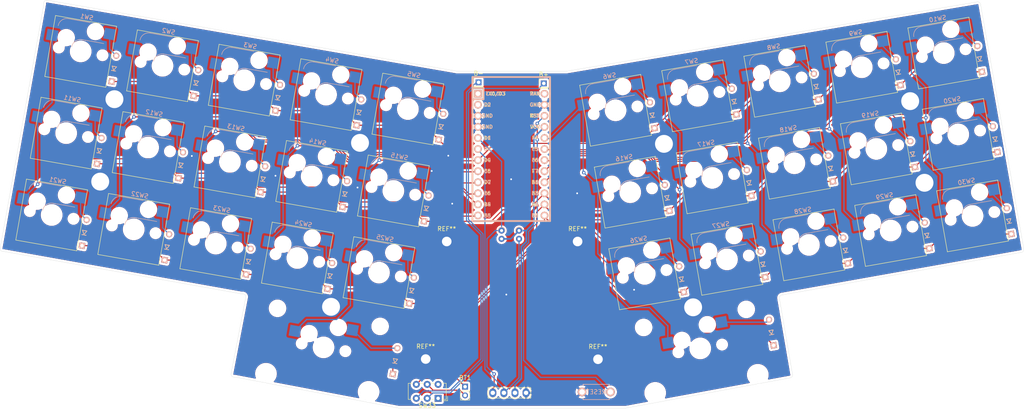
<source format=kicad_pcb>
(kicad_pcb (version 20211014) (generator pcbnew)
  (layers (0 "F.Cu" signal) (31 "B.Cu" signal) (34 "B.Paste" user) (35 "F.Paste" user) (36 "B.SilkS" user "B.Silkscreen") (37 "F.SilkS" user "F.Silkscreen") (38 "B.Mask" user) (39 "F.Mask" user) (44 "Edge.Cuts" user))
  (net 0 "")
  (net 1 "GND")
  (net 2 "Net-(D1-Pad2)")
  (net 3 "ROW0")
  (net 4 "Net-(D2-Pad2)")
  (net 5 "Net-(D3-Pad2)")
  (net 6 "Net-(D4-Pad2)")
  (net 7 "Net-(D5-Pad2)")
  (net 8 "Net-(D6-Pad2)")
  (net 9 "Net-(D7-Pad2)")
  (net 10 "Net-(D8-Pad2)")
  (net 11 "Net-(D9-Pad2)")
  (net 12 "Net-(D10-Pad2)")
  (net 13 "Net-(D11-Pad2)")
  (net 14 "ROW1")
  (net 15 "Net-(D12-Pad2)")
  (net 16 "Net-(D13-Pad2)")
  (net 17 "Net-(D14-Pad2)")
  (net 18 "Net-(D15-Pad2)")
  (net 19 "Net-(D16-Pad2)")
  (net 20 "Net-(D17-Pad2)")
  (net 21 "Net-(D18-Pad2)")
  (net 22 "Net-(D19-Pad2)")
  (net 23 "Net-(D20-Pad2)")
  (net 24 "Net-(D21-Pad2)")
  (net 25 "ROW2")
  (net 26 "Net-(D22-Pad2)")
  (net 27 "Net-(D23-Pad2)")
  (net 28 "Net-(D24-Pad2)")
  (net 29 "Net-(D25-Pad2)")
  (net 30 "Net-(D26-Pad2)")
  (net 31 "Net-(D27-Pad2)")
  (net 32 "Net-(D28-Pad2)")
  (net 33 "Net-(D29-Pad2)")
  (net 34 "Net-(D30-Pad2)")
  (net 35 "ROW3")
  (net 36 "VCC")
  (net 37 "SCL")
  (net 38 "SDA")
  (net 39 "COL3")
  (net 40 "COL4")
  (net 41 "COL0")
  (net 42 "COL1")
  (net 43 "COL2")
  (net 44 "reset")
  (net 45 "Net-(D31-Pad2)")
  (net 46 "Net-(D32-Pad2)")
  (net 47 "COL5")
  (net 48 "COL6")
  (net 49 "COL7")
  (net 50 "COL8")
  (net 51 "COL9")
  (net 52 "Net-(U1-Pad1)")
  (net 53 "Net-(U1-Pad2)")
  (net 54 "Net-(U1-Pad24)")
  (net 55 "Net-(BT1-Pad2)")
  (net 56 "Net-(BT1-Pad1)")
  (net 57 "-BATT")
  (net 58 "+BATT")
  (footprint "Switch_Keyboard_Kailh:SW_Hotswap_Kailh_1.00u" (layer "F.Cu") (at 46.0625 47.0675 -10)
    (fp_text reference "SW1")
    (fp_text value "SW_PUSH")
  )
  (footprint "Switch_Keyboard_Kailh:SW_Hotswap_Kailh_1.00u" (layer "F.Cu") (at 64.8125 50.3675 -10)
    (fp_text reference "SW2")
    (fp_text value "SW_PUSH")
  )
  (footprint "Switch_Keyboard_Kailh:SW_Hotswap_Kailh_1.00u" (layer "F.Cu") (at 83.5375 53.6675 -10)
    (fp_text reference "SW3")
    (fp_text value "SW_PUSH")
  )
  (footprint "Switch_Keyboard_Kailh:SW_Hotswap_Kailh_1.00u" (layer "F.Cu") (at 102.2875 56.9925 -10)
    (fp_text reference "SW4")
    (fp_text value "SW_PUSH")
  )
  (footprint "Switch_Keyboard_Kailh:SW_Hotswap_Kailh_1.00u" (layer "F.Cu") (at 121.0375 60.2925 -10)
    (fp_text reference "SW5")
    (fp_text value "SW_PUSH")
  )
  (footprint "Switch_Keyboard_Kailh:SW_Hotswap_Kailh_1.00u" (layer "F.Cu") (at 243.83 47.455 10)
    (fp_text reference "SW10")
    (fp_text value "SW_PUSH")
  )
  (footprint "Switch_Keyboard_Kailh:SW_Hotswap_Kailh_1.00u" (layer "F.Cu") (at 42.7375 65.8175 -10)
    (fp_text reference "SW11")
    (fp_text value "SW_PUSH")
  )
  (footprint "Switch_Keyboard_Kailh:SW_Hotswap_Kailh_1.00u" (layer "F.Cu") (at 61.5125 69.1175 -10)
    (fp_text reference "SW12")
    (fp_text value "SW_PUSH")
  )
  (footprint "Switch_Keyboard_Kailh:SW_Hotswap_Kailh_1.00u" (layer "F.Cu") (at 80.2625 72.4175 -10)
    (fp_text reference "SW13")
    (fp_text value "SW_PUSH")
  )
  (footprint "Switch_Keyboard_Kailh:SW_Hotswap_Kailh_1.00u" (layer "F.Cu") (at 98.9875 75.7425 -10)
    (fp_text reference "SW14")
    (fp_text value "SW_PUSH")
  )
  (footprint "Switch_Keyboard_Kailh:SW_Hotswap_Kailh_1.00u" (layer "F.Cu") (at 117.7125 79.0675 -10)
    (fp_text reference "SW15")
    (fp_text value "SW_PUSH")
  )
  (footprint "Switch_Keyboard_Kailh:SW_Hotswap_Kailh_1.00u" (layer "F.Cu") (at 39.4125 84.5925 -10)
    (fp_text reference "SW21")
    (fp_text value "SW_PUSH")
  )
  (footprint "Switch_Keyboard_Kailh:SW_Hotswap_Kailh_1.00u" (layer "F.Cu") (at 58.2125 87.8925 -10)
    (fp_text reference "SW22")
    (fp_text value "SW_PUSH")
  )
  (footprint "Switch_Keyboard_Kailh:SW_Hotswap_Kailh_1.00u" (layer "F.Cu") (at 77.0125 91.1675 -10)
    (fp_text reference "SW23")
    (fp_text value "SW_PUSH")
  )
  (footprint "Switch_Keyboard_Kailh:SW_Hotswap_Kailh_1.00u" (layer "F.Cu") (at 95.7125 94.4675 -10)
    (fp_text reference "SW24")
    (fp_text value "SW_PUSH")
  )
  (footprint "Switch_Keyboard_Kailh:SW_Hotswap_Kailh_1.00u" (layer "F.Cu") (at 114.4125 97.8175 -10)
    (fp_text reference "SW25")
    (fp_text value "SW_PUSH")
  )
  (footprint "MX_Only2:MXOnly-2U-Hotswap" (layer "F.Cu") (at 101.7125 114.9675 -10)
    (fp_text reference "SW31")
    (fp_text value "SW_PUSH")
  )
  (footprint "MX_Only2:MXOnly-2U-Hotswap" (layer "F.Cu") (at 188.03 115.208 10)
    (fp_text reference "SW32")
    (fp_text value "SW_PUSH")
  )
  (footprint "Switch_Keyboard_Kailh:SW_Hotswap_Kailh_1.00u" (layer "F.Cu") (at 250.43 84.808 10)
    (fp_text reference "SW30")
    (fp_text value "SW_PUSH")
  )
  (footprint "Switch_Keyboard_Kailh:SW_Hotswap_Kailh_1.00u" (layer "F.Cu") (at 231.655 88.158 10)
    (fp_text reference "SW29")
    (fp_text value "SW_PUSH")
  )
  (footprint "Switch_Keyboard_Kailh:SW_Hotswap_Kailh_1.00u" (layer "F.Cu") (at 212.93 91.458 10)
    (fp_text reference "SW28")
    (fp_text value "SW_PUSH")
  )
  (footprint "Switch_Keyboard_Kailh:SW_Hotswap_Kailh_1.00u" (layer "F.Cu") (at 194.155 94.783 10)
    (fp_text reference "SW27")
    (fp_text value "SW_PUSH")
  )
  (footprint "Switch_Keyboard_Kailh:SW_Hotswap_Kailh_1.00u" (layer "F.Cu") (at 175.305 98.108 10)
    (fp_text reference "SW26")
    (fp_text value "SW_PUSH")
  )
  (footprint "Switch_Keyboard_Kailh:SW_Hotswap_Kailh_1.00u" (layer "F.Cu") (at 171.983886 79.375276 10)
    (fp_text reference "SW16")
    (fp_text value "SW_PUSH")
  )
  (footprint "Switch_Keyboard_Kailh:SW_Hotswap_Kailh_1.00u" (layer "F.Cu") (at 225.044 50.705 10)
    (fp_text reference "SW9")
    (fp_text value "SW_PUSH")
  )
  (footprint "Switch_Keyboard_Kailh:SW_Hotswap_Kailh_1.00u" (layer "F.Cu") (at 206.255 53.933 10)
    (fp_text reference "SW8")
    (fp_text value "SW_PUSH")
  )
  (footprint "Switch_Keyboard_Kailh:SW_Hotswap_Kailh_1.00u" (layer "F.Cu") (at 187.43 57.258 10)
    (fp_text reference "SW7")
    (fp_text value "SW_PUSH")
  )
  (footprint "Switch_Keyboard_Kailh:SW_Hotswap_Kailh_1.00u" (layer "F.Cu") (at 168.63 60.583 10)
    (fp_text reference "SW6")
    (fp_text value "SW_PUSH")
  )
  (footprint "Switch_Keyboard_Kailh:SW_Hotswap_Kailh_1.00u" (layer "F.Cu") (at 247.155 66.108 10)
    (fp_text reference "SW20")
    (fp_text value "SW_PUSH")
  )
  (footprint "Switch_Keyboard_Kailh:SW_Hotswap_Kailh_1.00u" (layer "F.Cu") (at 228.38 69.433 10)
    (fp_text reference "SW19")
    (fp_text value "SW_PUSH")
  )
  (footprint "Switch_Keyboard_Kailh:SW_Hotswap_Kailh_1.00u" (layer "F.Cu") (at 190.78 76.083 10)
    (fp_text reference "SW17")
    (fp_text value "SW_PUSH")
  )
  (footprint "Switch_Keyboard_Kailh:SW_Hotswap_Kailh_1.00u" (layer "F.Cu") (at 209.605 72.733 10)
    (fp_text reference "SW18")
    (fp_text value "SW_PUSH")
  )
  (footprint "Keebio-Parts:ArduinoProMicro" (layer "F.Cu") (at 144.72 70.74 -90)
    (fp_text reference "U1" hide)
    (fp_text value "ProMicro" hide)
  )
  (footprint "SSD1306:128x64OLED" (layer "F.Cu") (at 144.5 114.8 180)
    (fp_text reference "Brd1" hide)
    (fp_text value "SSD1306" hide)
  )
  (footprint "Connector_PinHeader_2.00mm:PinHeader_1x02_P2.00mm_Vertical" (layer "F.Cu") (at 134.15 123.99)
    (fp_text reference "BT1")
    (fp_text value "Battery_Cell")
  )
  (footprint "Button_Switch_THT:SW_E-Switch_EG1271_DPDT" (layer "F.Cu") (at 127.97 126.66 180)
    (fp_text reference "SW33")
    (fp_text value "SW_DPST")
  )
  (footprint "Connector_PinHeader_2.00mm:PinHeader_1x01_P2.00mm_Vertical" (layer "F.Cu") (at 152.18 54.41)
    (fp_text reference "B+")
    (fp_text value "PinHeader_1x01_P2.00mm_Vertical")
  )
  (footprint "Connector_PinHeader_2.00mm:PinHeader_1x01_P2.00mm_Vertical" (layer "F.Cu") (at 137.24 54.16)
    (fp_text reference "B-")
    (fp_text value "PinHeader_1x01_P2.00mm_Vertical")
  )
  (footprint "MountingHole:MountingHole_2.2mm_M2_DIN965_Pad" (layer "F.Cu") (at 125.12 117.65)
    (fp_text reference "REF**")
    (fp_text value "MountingHole_2.2mm_M2_DIN965_Pad")
  )
  (footprint "MountingHole:MountingHole_2.2mm_M2_DIN965_Pad" (layer "F.Cu") (at 164.6 117.7)
    (fp_text reference "REF**")
    (fp_text value "MountingHole_2.2mm_M2_DIN965_Pad")
  )
  (footprint "MountingHole:MountingHole_2.2mm_M2_DIN965_Pad" (layer "F.Cu") (at 129.94 90.68)
    (fp_text reference "REF**")
    (fp_text value "MountingHole_2.2mm_M2_DIN965_Pad")
  )
  (footprint "SofleKeyboard-footprint:HOLE_M2_TH" (layer "F.Cu") (at 239.42 77.21)
    (fp_text reference "HOLE_3M" hide)
    (fp_text value "VAL**" hide)
  )
  (footprint "SofleKeyboard-footprint:HOLE_M2_TH" (layer "F.Cu") (at 50.54 76.94)
    (fp_text reference "HOLE_3M" hide)
    (fp_text value "VAL**" hide)
  )
  (footprint "SofleKeyboard-footprint:HOLE_M2_TH" (layer "F.Cu") (at 179.72 68.28)
    (fp_text reference "HOLE_3M" hide)
    (fp_text value "VAL**" hide)
  )
  (footprint "SofleKeyboard-footprint:HOLE_M2_TH" (layer "F.Cu") (at 103.43 105.67)
    (fp_text reference "HOLE_3M" hide)
    (fp_text value "VAL**" hide)
  )
  (footprint "SofleKeyboard-footprint:HOLE_M2_TH" (layer "F.Cu") (at 186.4 105.78)
    (fp_text reference "HOLE_3M" hide)
    (fp_text value "VAL**" hide)
  )
  (footprint "SofleKeyboard-footprint:HOLE_M2_TH" (layer "F.Cu") (at 53.8 58.03)
    (fp_text reference "HOLE_3M" hide)
    (fp_text value "VAL**" hide)
  )
  (footprint "SofleKeyboard-footprint:HOLE_M2_TH" (layer "F.Cu") (at 236.14 58.48)
    (fp_text reference "HOLE_3M" hide)
    (fp_text value "VAL**" hide)
  )
  (footprint "MountingHole:MountingHole_2.2mm_M2_DIN965_Pad" (layer "F.Cu") (at 159.93 90.68)
    (fp_text reference "REF**")
    (fp_text value "MountingHole_2.2mm_M2_DIN965_Pad")
  )
  (footprint "SofleKeyboard-footprint:HOLE_M2_TH" (layer "F.Cu") (at 110.07 68.05)
    (fp_text reference "HOLE_3M" hide)
    (fp_text value "VAL**" hide)
  )
  (footprint "kbd:D3_TH" (layer "B.Cu") (at 53.690019 51.016567 80)
    (fp_text reference "D1" hide)
    (fp_text value "SOD_123" hide)
  )
  (footprint "kbd:D3_TH" (layer "B.Cu") (at 72.486019 54.318567 80)
    (fp_text reference "D2" hide)
    (fp_text value "SOD_123" hide)
  )
  (footprint "kbd:D3_TH" (layer "B.Cu") (at 91.216981 57.695433 80)
    (fp_text reference "D3" hide)
    (fp_text value "SOD_123" hide)
  )
  (footprint "kbd:D3_TH" (layer "B.Cu") (at 109.824019 61.049567 80)
    (fp_text reference "D4" hide)
    (fp_text value "SOD_123" hide)
  )
  (footprint "kbd:D3_TH" (layer "B.Cu") (at 128.620019 64.351567 80)
    (fp_text reference "D5" hide)
    (fp_text value "SOD_123" hide)
  )
  (footprint "kbd:D3_TH" (layer "B.Cu") (at 177.038 61.722 100)
    (fp_text reference "D6" hide)
    (fp_text value "SOD_123" hide)
  )
  (footprint "kbd:D3_TH" (layer "B.Cu") (at 195.801481 58.573067 100)
    (fp_text reference "D7" hide)
    (fp_text value "SOD_123" hide)
  )
  (footprint "kbd:D3_TH" (layer "B.Cu") (at 214.597481 55.144067 100)
    (fp_text reference "D8" hide)
    (fp_text value "SOD_123" hide)
  )
  (footprint "kbd:D3_TH" (layer "B.Cu") (at 233.393481 51.842067 100)
    (fp_text reference "D9" hide)
    (fp_text value "SOD_123" hide)
  )
  (footprint "kbd:D3_TH" (layer "B.Cu") (at 68.991981 73.189433 80)
    (fp_text reference "D12" hide)
    (fp_text value "SOD_123" hide)
  )
  (footprint "kbd:D3_TH" (layer "B.Cu") (at 87.8205 76.3905 80)
    (fp_text reference "D13" hide)
    (fp_text value "SOD_123" hide)
  )
  (footprint "kbd:D3_TH" (layer "B.Cu") (at 106.583981 79.793433 80)
    (fp_text reference "D14" hide)
    (fp_text value "SOD_123" hide)
  )
  (footprint "kbd:D3_TH" (layer "B.Cu") (at 125.252981 83.095433 80)
    (fp_text reference "D15" hide)
    (fp_text value "SOD_123" hide)
  )
  (footprint "kbd:D3_TH" (layer "B.Cu") (at 180.434481 80.671067 100)
    (fp_text reference "D16" hide)
    (fp_text value "SOD_123" hide)
  )
  (footprint "kbd:D3_TH" (layer "B.Cu") (at 199.230481 77.242067 100)
    (fp_text reference "D17" hide)
    (fp_text value "SOD_123" hide)
  )
  (footprint "kbd:D3_TH" (layer "B.Cu") (at 217.899481 73.940067 100)
    (fp_text reference "D18" hide)
    (fp_text value "SOD_123" hide)
  )
  (footprint "kbd:D3_TH" (layer "B.Cu") (at 236.695481 70.638067 100)
    (fp_text reference "D19" hide)
    (fp_text value "SOD_123" hide)
  )
  (footprint "kbd:D3_TH" (layer "B.Cu") (at 255.618481 67.209067 100)
    (fp_text reference "D20" hide)
    (fp_text value "SOD_123" hide)
  )
  (footprint "kbd:D3_TH" (layer "B.Cu") (at 46.893981 88.683433 80)
    (fp_text reference "D21" hide)
    (fp_text value "SOD_123" hide)
  )
  (footprint "kbd:D3_TH" (layer "B.Cu") (at 65.816981 91.985433 80)
    (fp_text reference "D22" hide)
    (fp_text value "SOD_123" hide)
  )
  (footprint "kbd:D3_TH" (layer "B.Cu") (at 84.485981 95.287433 80)
    (fp_text reference "D23" hide)
    (fp_text value "SOD_123" hide)
  )
  (footprint "kbd:D3_TH" (layer "B.Cu") (at 121.889019 101.943567 80)
    (fp_text reference "D25" hide)
    (fp_text value "SOD_123" hide)
  )
  (footprint "kbd:D3_TH" (layer "B.Cu") (at 183.736481 99.340067 100)
    (fp_text reference "D26" hide)
    (fp_text value "SOD_123" hide)
  )
  (footprint "kbd:D3_TH" (layer "B.Cu") (at 202.405481 95.911067 100)
    (fp_text reference "D27" hide)
    (fp_text value "SOD_123" hide)
  )
  (footprint "kbd:D3_TH" (layer "B.Cu") (at 258.793481 86.005067 100)
    (fp_text reference "D30" hide)
    (fp_text value "SOD_123" hide)
  )
  (footprint "kbd:D3_TH" (layer "B.Cu") (at 118.11 118.11 80)
    (fp_text reference "D31" hide)
    (fp_text value "SOD_123" hide)
  )
  (footprint "kbd:D3_TH" (layer "B.Cu") (at 204.320945 111.554423 100)
    (fp_text reference "D32" hide)
    (fp_text value "SOD_123" hide)
  )
  (footprint "kbd:D3_TH" (layer "B.Cu") (at 50.322981 69.887433 80)
    (fp_text reference "D11" hide)
    (fp_text value "SOD_123" hide)
  )
  (footprint "kbd:D3_TH" (layer "B.Cu") (at 103.154981 98.589433 80)
    (fp_text reference "D24" hide)
    (fp_text value "SOD_123" hide)
  )
  (footprint "kbd:D3_TH" (layer "B.Cu") (at 252.062481 48.794067 100)
    (fp_text reference "D10" hide)
    (fp_text value "SOD_123" hide)
  )
  (footprint "kbd:D3_TH" (layer "B.Cu") (at 221.328481 92.736067 100)
    (fp_text reference "D28" hide)
    (fp_text value "SOD_123" hide)
  )
  (footprint "kbd:D3_TH" (layer "B.Cu") (at 239.997481 89.307067 100)
    (fp_text reference "D29" hide)
    (fp_text value "SOD_123" hide)
  )
  (footprint "Resistor_THT:R_Axial_DIN0204_L3.6mm_D1.6mm_P1.90mm_Vertical" (layer "B.Cu") (at 142.508967 88.17655 -90)
    (fp_text reference "R1" hide)
    (fp_text value "4.7k")
  )
  (footprint "Resistor_THT:R_Axial_DIN0204_L3.6mm_D1.6mm_P1.90mm_Vertical" (layer "B.Cu") (at 146.508967 88.17655 -90)
    (fp_text reference "R2" hide)
    (fp_text value "4.7k")
  )
  (footprint "kbd:ResetSW_1side" (layer "B.Cu") (at 164.2 125.2)
    (fp_text reference "SW34" hide)
    (fp_text value "SW_PUSH")
  )
  (gr_arc (start 81.369775 121.7791) (mid 80.769211 121.651744) (end 80.5 121.1) (layer "Edge.Cuts") (width 0.05))
  (gr_arc (start 206.2 103.8) (mid 206.327356 103.199436) (end 206.8791 102.930225) (layer "Edge.Cuts") (width 0.05))
  (gr_line (start 27.6 92.3) (end 37.6209 36.169775) (layer "Edge.Cuts") (width 0.05))
  (gr_line (start 157.4 51.6) (end 251.430225 35.7209) (layer "Edge.Cuts") (width 0.05))
  (gr_line (start 252.3 36.4) (end 262.1791 92.330225) (layer "Edge.Cuts") (width 0.05))
  (gr_line (start 261.5 93.2) (end 206.8791 102.930225) (layer "Edge.Cuts") (width 0.05))
  (gr_line (start 206.2 103.8) (end 209.1791 121.130225) (layer "Edge.Cuts") (width 0.05))
  (gr_line (start 118.9 128.9) (end 81.369775 121.7791) (layer "Edge.Cuts") (width 0.05))
  (gr_line (start 80.5 121.1) (end 83.9 103.4) (layer "Edge.Cuts") (width 0.05))
  (gr_line (start 83.030225 102.7209) (end 28.469775 92.9791) (layer "Edge.Cuts") (width 0.05))
  (gr_arc (start 28.469775 92.9791) (mid 27.869211 92.851744) (end 27.6 92.3) (layer "Edge.Cuts") (width 0.05))
  (gr_arc (start 262.1791 92.330225) (mid 262.051744 92.930789) (end 261.5 93.2) (layer "Edge.Cuts") (width 0.05))
  (gr_arc (start 37.6209 36.169775) (mid 37.748256 35.569211) (end 38.3 35.3) (layer "Edge.Cuts") (width 0.05))
  (gr_line (start 132.3 51.6) (end 157.4 51.6) (layer "Edge.Cuts") (width 0.05))
  (gr_line (start 208.5 122) (end 171 128.9) (layer "Edge.Cuts") (width 0.05))
  (gr_arc (start 209.1791 121.130225) (mid 209.051744 121.730789) (end 208.5 122) (layer "Edge.Cuts") (width 0.05))
  (gr_arc (start 251.430225 35.7209) (mid 252.030789 35.848256) (end 252.3 36.4) (layer "Edge.Cuts") (width 0.05))
  (gr_line (start 38.3 35.3) (end 132.3 51.6) (layer "Edge.Cuts") (width 0.05))
  (gr_arc (start 83.030225 102.7209) (mid 83.630789 102.848256) (end 83.9 103.4) (layer "Edge.Cuts") (width 0.05))
  (gr_line (start 171 128.9) (end 118.9 128.9) (layer "Edge.Cuts") (width 0.05))
  (segment (start 114.401449 75.904489) (end 114.454704 75.957744) (width 0.254) (layer "F.Cu") (net 0))
  (segment (start 58.254704 66.007744) (end 58.201449 65.954489) (width 0.254) (layer "F.Cu") (net 0))
  (segment (start 223.182391 67.593188) (end 224.186816 67.593188) (width 0.254) (layer "F.Cu") (net 0))
  (via (at 109.5 78.3) (size 0.8) (drill 0.4) (layers "F.Cu" "B.Cu") (net 1))
  (via (at 131.2 82) (size 0.8) (drill 0.4) (layers "F.Cu" "B.Cu") (net 1))
  (via (at 126.5 74.5) (size 0.8) (drill 0.4) (layers "F.Cu" "B.Cu") (net 1))
  (via (at 130.3 71) (size 0.8) (drill 0.4) (layers "F.Cu" "B.Cu") (net 1))
  (via (at 71.53 71.06) (size 0.8) (drill 0.4) (layers "F.Cu" "B.Cu") (net 1))
  (via (at 143.6 102.86) (size 0.8) (drill 0.4) (layers "F.Cu" "B.Cu") (net 1))
  (via (at 90.7 75.6) (size 0.8) (drill 0.4) (layers "F.Cu" "B.Cu") (net 1))
  (via (at 172.875 101.75) (size 0.8) (drill 0.4) (layers "F.Cu" "B.Cu") (net 1))
  (via (at 144.7 76.4) (size 0.8) (drill 0.4) (layers "F.Cu" "B.Cu") (net 1))
  (via (at 159.825 79.625) (size 0.8) (drill 0.4) (layers "F.Cu" "B.Cu") (net 1))
  (segment (start 160.75 125.4) (end 160.95 125.2) (width 0.381) (layer "B.Cu") (net 1))
  (segment (start 52.69788 43.079129) (end 52.69788 46.54906) (width 0.254) (layer "B.Cu") (net 2))
  (segment (start 52.69788 46.54906) (end 54.210964 48.062144) (width 0.254) (layer "B.Cu") (net 2))
  (segment (start 140.94 68.17) (end 137.1 72.01) (width 0.254) (layer "F.Cu") (net 3))
  (segment (start 177.558945 64.676423) (end 174.065368 68.17) (width 0.254) (layer "F.Cu") (net 3))
  (segment (start 233.914426 54.79649) (end 218.420426 54.79649) (width 0.254) (layer "F.Cu") (net 3))
  (segment (start 215.118426 58.09849) (end 199.751426 58.09849) (width 0.254) (layer "F.Cu") (net 3))
  (segment (start 174.065368 68.17) (end 140.94 68.17) (width 0.254) (layer "F.Cu") (net 3))
  (segment (start 218.420426 54.79649) (end 215.118426 58.09849) (width 0.254) (layer "F.Cu") (net 3))
  (segment (start 124.797074 64.00399) (end 128.099074 67.30599) (width 0.254) (layer "F.Cu") (net 3))
  (segment (start 71.965074 57.27299) (end 87.31917 57.27299) (width 0.254) (layer "F.Cu") (net 3))
  (segment (start 180.707878 61.52749) (end 177.558945 64.676423) (width 0.254) (layer "F.Cu") (net 3))
  (segment (start 68.663074 53.97099) (end 71.965074 57.27299) (width 0.254) (layer "F.Cu") (net 3))
  (segment (start 105.94894 60.649856) (end 109.303074 64.00399) (width 0.254) (layer "F.Cu") (net 3))
  (segment (start 53.169074 53.97099) (end 68.663074 53.97099) (width 0.254) (layer "F.Cu") (net 3))
  (segment (start 109.303074 64.00399) (end 124.797074 64.00399) (width 0.254) (layer "F.Cu") (net 3))
  (segment (start 90.696036 60.649856) (end 105.94894 60.649856) (width 0.254) (layer "F.Cu") (net 3))
  (segment (start 236.962426 51.74849) (end 233.914426 54.79649) (width 0.254) (layer "F.Cu") (net 3))
  (segment (start 252.583426 51.74849) (end 236.962426 51.74849) (width 0.254) (layer "F.Cu") (net 3))
  (segment (start 128.099074 67.30599) (end 132.955084 72.162) (width 0.254) (layer "F.Cu") (net 3))
  (segment (start 132.955084 72.162) (end 136.9886 72.162) (width 0.254) (layer "F.Cu") (net 3))
  (segment (start 87.31917 57.27299) (end 90.696036 60.649856) (width 0.254) (layer "F.Cu") (net 3))
  (segment (start 199.751426 58.09849) (end 196.322426 61.52749) (width 0.254) (layer "F.Cu") (net 3))
  (segment (start 196.322426 61.52749) (end 180.707878 61.52749) (width 0.254) (layer "F.Cu") (net 3))
  (segment (start 71.44788 49.80506) (end 73.006964 51.364144) (width 0.254) (layer "B.Cu") (net 4))
  (segment (start 71.44788 46.379129) (end 71.44788 49.80506) (width 0.254) (layer "B.Cu") (net 4))
  (segment (start 90.17288 49.679129) (end 90.17288 53.175964) (width 0.254) (layer "B.Cu") (net 5))
  (segment (start 90.17288 53.175964) (end 91.737926 54.74101) (width 0.254) (layer "B.Cu") (net 5))
  (segment (start 108.92288 56.67306) (end 110.344964 58.095144) (width 0.254) (layer "B.Cu") (net 6))
  (segment (start 108.92288 53.004129) (end 108.92288 56.67306) (width 0.254) (layer "B.Cu") (net 6))
  (segment (start 127.67288 59.92906) (end 129.140964 61.397144) (width 0.254) (layer "B.Cu") (net 7))
  (segment (start 127.67288 56.304129) (end 127.67288 59.92906) (width 0.254) (layer "B.Cu") (net 7))
  (segment (start 173.501114 54.565724) (end 173.501114 55.751636) (width 0.254) (layer "B.Cu") (net 8))
  (segment (start 173.501114 55.751636) (end 176.517055 58.767577) (width 0.254) (layer "B.Cu") (net 8))
  (segment (start 192.301114 51.240724) (end 192.301114 52.639222) (width 0.254) (layer "B.Cu") (net 9))
  (segment (start 192.301114 52.639222) (end 195.280536 55.618644) (width 0.254) (layer "B.Cu") (net 9))
  (segment (start 211.126114 47.915724) (end 211.126114 49.239222) (width 0.254) (layer "B.Cu") (net 10))
  (segment (start 211.126114 49.239222) (end 214.076536 52.189644) (width 0.254) (layer "B.Cu") (net 10))
  (segment (start 229.915114 45.930222) (end 232.872536 48.887644) (width 0.254) (layer "B.Cu") (net 11))
  (segment (start 229.915114 44.687724) (end 229.915114 45.930222) (width 0.254) (layer "B.Cu") (net 11))
  (segment (start 248.701114 42.999222) (end 251.541536 45.839644) (width 0.254) (layer "B.Cu") (net 12))
  (segment (start 248.701114 41.437724) (end 248.701114 42.999222) (width 0.254) (layer "B.Cu") (net 12))
  (segment (start 49.37288 61.829129) (end 49.37288 65.461964) (width 0.254) (layer "B.Cu") (net 13))
  (segment (start 49.37288 65.461964) (end 50.843926 66.93301) (width 0.254) (layer "B.Cu") (net 13))
  (segment (start 237.216426 73.59249) (end 221.722426 73.59249) (width 0.254) (layer "F.Cu") (net 14))
  (segment (start 256.139426 70.16349) (end 240.645426 70.16349) (width 0.254) (layer "F.Cu") (net 14))
  (segment (start 84.098488 76.143856) (end 87.299555 79.344923) (width 0.254) (layer "F.Cu") (net 14))
  (segment (start 142.788999 83.411001) (end 140.150144 86.049856) (width 0.254) (layer "F.Cu") (net 14))
  (segment (start 218.420426 76.89449) (end 203.053426 76.89449) (width 0.254) (layer "F.Cu") (net 14))
  (segment (start 106.063036 82.747856) (end 121.430036 82.747856) (width 0.254) (layer "F.Cu") (net 14))
  (segment (start 49.802036 72.841856) (end 65.169036 72.841856) (width 0.254) (layer "F.Cu") (net 14))
  (segment (start 184.384426 80.19649) (end 180.955426 83.62549) (width 0.254) (layer "F.Cu") (net 14))
  (segment (start 203.053426 76.89449) (end 199.751426 80.19649) (width 0.254) (layer "F.Cu") (net 14))
  (segment (start 152.2086 79.782) (end 148.579599 83.411001) (width 0.254) (layer "F.Cu") (net 14))
  (segment (start 240.645426 70.16349) (end 237.216426 73.59249) (width 0.254) (layer "F.Cu") (net 14))
  (segment (start 148.579599 83.411001) (end 142.788999 83.411001) (width 0.254) (layer "F.Cu") (net 14))
  (segment (start 102.660103 79.344923) (end 106.063036 82.747856) (width 0.254) (layer "F.Cu") (net 14))
  (segment (start 221.722426 73.59249) (end 218.420426 76.89449) (width 0.254) (layer "F.Cu") (net 14))
  (segment (start 121.430036 82.747856) (end 124.732036 86.049856) (width 0.254) (layer "F.Cu") (net 14))
  (segment (start 68.471036 76.143856) (end 84.098488 76.143856) (width 0.254) (layer "F.Cu") (net 14))
  (segment (start 152.2086 79.782) (end 156.05209 83.62549) (width 0.254) (layer "F.Cu") (net 14))
  (segment (start 199.751426 80.19649) (end 184.384426 80.19649) (width 0.254) (layer "F.Cu") (net 14))
  (segment (start 156.05209 83.62549) (end 180.955426 83.62549) (width 0.254) (layer "F.Cu") (net 14))
  (segment (start 140.150144 86.049856) (end 124.732036 86.049856) (width 0.254) (layer "F.Cu") (net 14))
  (segment (start 65.169036 72.841856) (end 68.471036 76.143856) (width 0.254) (layer "F.Cu") (net 14))
  (segment (start 87.299555 79.344923) (end 102.660103 79.344923) (width 0.254) (layer "F.Cu") (net 14))
  (segment (start 68.14788 68.869964) (end 69.512926 70.23501) (width 0.254) (layer "B.Cu") (net 15))
  (segment (start 68.14788 65.129129) (end 68.14788 68.869964) (width 0.254) (layer "B.Cu") (net 15))
  (segment (start 86.89788 71.992512) (end 88.341445 73.436077) (width 0.254) (layer "B.Cu") (net 16))
  (segment (start 86.89788 68.429129) (end 86.89788 71.992512) (width 0.254) (layer "B.Cu") (net 16))
  (segment (start 105.62288 75.356964) (end 107.104926 76.83901) (width 0.254) (layer "B.Cu") (net 17))
  (segment (start 105.62288 71.754129) (end 105.62288 75.356964) (width 0.254) (layer "B.Cu") (net 17))
  (segment (start 124.34788 78.714964) (end 125.773926 80.14101) (width 0.254) (layer "B.Cu") (net 18))
  (segment (start 124.34788 75.079129) (end 124.34788 78.714964) (width 0.254) (layer "B.Cu") (net 18))
  (segment (start 176.855 73.358) (end 176.855 74.658108) (width 0.254) (layer "B.Cu") (net 19))
  (segment (start 176.855 74.658108) (end 179.913536 77.716644) (width 0.254) (layer "B.Cu") (net 19))
  (segment (start 176.128278 73.931386) (end 179.913536 77.716644) (width 0.254) (layer "B.Cu") (net 19))
  (segment (start 195.651114 70.065724) (end 195.651114 71.229222) (width 0.254) (layer "B.Cu") (net 20))
  (segment (start 195.651114 71.229222) (end 198.709536 74.287644) (width 0.254) (layer "B.Cu") (net 20))
  (segment (start 214.476114 68.083222) (end 217.378536 70.985644) (width 0.254) (layer "B.Cu") (net 21))
  (segment (start 214.476114 66.715724) (end 214.476114 68.083222) (width 0.254) (layer "B.Cu") (net 21))
  (segment (start 233.251114 64.760222) (end 236.174536 67.683644) (width 0.254) (layer "B.Cu") (net 22))
  (segment (start 233.251114 63.415724) (end 233.251114 64.760222) (width 0.254) (layer "B.Cu") (net 22))
  (segment (start 252.026114 60.090724) (end 252.026114 61.183222) (width 0.254) (layer "B.Cu") (net 23))
  (segment (start 252.026114 61.183222) (end 255.097536 64.254644) (width 0.254) (layer "B.Cu") (net 23))
  (segment (start 46.04788 84.361964) (end 47.414926 85.72901) (width 0.254) (layer "B.Cu") (net 24))
  (segment (start 46.04788 80.604129) (end 46.04788 84.361964) (width 0.254) (layer "B.Cu") (net 24))
  (segment (start 202.926426 98.86549) (end 187.686426 98.86549) (width 0.254) (layer "F.Cu") (net 25))
  (segment (start 152.2086 82.322) (end 155.5933 85.7067) (width 0.254) (layer "F.Cu") (net 25))
  (segment (start 65.296036 94.939856) (end 80.663036 94.939856) (width 0.254) (layer "F.Cu") (net 25))
  (segment (start 121.368074 104.89799) (end 136.289944 104.89799) (width 0.254) (layer "F.Cu") (net 25))
  (segment (start 102.634036 101.543856) (end 118.01394 101.543856) (width 0.254) (layer "F.Cu") (net 25))
  (segment (start 187.686426 98.86549) (end 184.257426 102.29449) (width 0.254) (layer "F.Cu") (net 25))
  (segment (start 240.518426 92.26149) (end 225.278426 92.26149) (width 0.254) (layer "F.Cu") (net 25))
  (segment (start 166.338634 85.7067) (end 182.926424 102.29449) (width 0.254) (layer "F.Cu") (net 25))
  (segment (start 61.994036 91.637856) (end 65.296036 94.939856) (width 0.254) (layer "F.Cu") (net 25))
  (segment (start 243.820426 88.95949) (end 240.518426 92.26149) (width 0.254) (layer "F.Cu") (net 25))
  (segment (start 80.663036 94.939856) (end 83.965036 98.241856) (width 0.254) (layer "F.Cu") (net 25))
  (segment (start 225.278426 92.26149) (end 221.849426 95.69049) (width 0.254) (layer "F.Cu") (net 25))
  (segment (start 118.01394 101.543856) (end 121.368074 104.89799) (width 0.254) (layer "F.Cu") (net 25))
  (segment (start 259.314426 88.95949) (end 243.820426 88.95949) (width 0.254) (layer "F.Cu") (net 25))
  (segment (start 136.289944 104.89799) (end 150.55 90.637934) (width 0.254) (layer "F.Cu") (net 25))
  (segment (start 83.965036 98.241856) (end 99.332036 98.241856) (width 0.254) (layer "F.Cu") (net 25))
  (segment (start 150.55 90.637934) (end 150.55 83.96) (width 0.254) (layer "F.Cu") (net 25))
  (segment (start 221.849426 95.69049) (end 206.101426 95.69049) (width 0.254) (layer "F.Cu") (net 25))
  (segment (start 155.5933 85.7067) (end 166.338634 85.7067) (width 0.254) (layer "F.Cu") (net 25))
  (segment (start 206.101426 95.69049) (end 202.926426 98.86549) (width 0.254) (layer "F.Cu") (net 25))
  (segment (start 150.55 83.96) (end 152.34 82.17) (width 0.254) (layer "F.Cu") (net 25))
  (segment (start 182.926424 102.29449) (end 184.257426 102.29449) (width 0.254) (layer "F.Cu") (net 25))
  (segment (start 99.332036 98.241856) (end 102.634036 101.543856) (width 0.254) (layer "F.Cu") (net 25))
  (segment (start 46.373036 91.637856) (end 61.994036 91.637856) (width 0.254) (layer "F.Cu") (net 25))
  (segment (start 64.84788 87.540964) (end 66.337926 89.03101) (width 0.254) (layer "B.Cu") (net 26))
  (segment (start 64.84788 83.904129) (end 64.84788 87.540964) (width 0.254) (layer "B.Cu") (net 26))
  (segment (start 83.64788 87.179129) (end 83.64788 90.973964) (width 0.254) (layer "B.Cu") (net 27))
  (segment (start 83.64788 90.973964) (end 85.006926 92.33301) (width 0.254) (layer "B.Cu") (net 27))
  (segment (start 102.34788 90.479129) (end 102.34788 94.306964) (width 0.254) (layer "B.Cu") (net 28))
  (segment (start 102.34788 94.306964) (end 103.675926 95.63501) (width 0.254) (layer "B.Cu") (net 28))
  (segment (start 121.04788 97.62706) (end 122.409964 98.989144) (width 0.254) (layer "B.Cu") (net 29))
  (segment (start 121.04788 93.829129) (end 121.04788 97.62706) (width 0.254) (layer "B.Cu") (net 29))
  (segment (start 180.176114 93.346222) (end 183.215536 96.385644) (width 0.254) (layer "B.Cu") (net 30))
  (segment (start 180.176114 92.090724) (end 180.176114 93.346222) (width 0.254) (layer "B.Cu") (net 30))
  (segment (start 199.026114 90.098222) (end 201.884536 92.956644) (width 0.254) (layer "B.Cu") (net 31))
  (segment (start 199.026114 88.765724) (end 199.026114 90.098222) (width 0.254) (layer "B.Cu") (net 31))
  (segment (start 198.267002 89.33911) (end 201.884536 92.956644) (width 0.254) (layer "B.Cu") (net 31))
  (segment (start 217.801114 86.775222) (end 220.807536 89.781644) (width 0.254) (layer "B.Cu") (net 32))
  (segment (start 217.801114 85.440724) (end 217.801114 86.775222) (width 0.254) (layer "B.Cu") (net 32))
  (segment (start 236.526114 83.402222) (end 239.476536 86.352644) (width 0.254) (layer "B.Cu") (net 33))
  (segment (start 236.526114 82.140724) (end 236.526114 83.402222) (width 0.254) (layer "B.Cu") (net 33))
  (segment (start 255.301114 80.079222) (end 258.272536 83.050644) (width 0.254) (layer "B.Cu") (net 34))
  (segment (start 255.301114 78.790724) (end 255.301114 80.079222) (width 0.254) (layer "B.Cu") (net 34))
  (segment (start 188.036016 111.745978) (end 202.079022 111.745978) (width 0.254) (layer "F.Cu") (net 35))
  (segment (start 170.777281 103.430681) (end 179.720719 103.430681) (width 0.254) (layer "F.Cu") (net 35))
  (segment (start 130.025 106.935) (end 117.589055 119.370945) (width 0.254) (layer "F.Cu") (net 35))
  (segment (start 136.760001 105.070001) (end 136.478002 105.352) (width 0.254) (layer "F.Cu") (net 35))
  (segment (start 154.720175 87.373575) (end 162.657675 87.373575) (width 0.254) (layer "F.Cu") (net 35))
  (segment (start 162.657675 87.373575) (end 165.89375 90.60965) (width 0.254) (layer "F.Cu") (net 35))
  (segment (start 152.34 89.49) (end 136.760001 105.070001) (width 0.254) (layer "F.Cu") (net 35))
  (segment (start 165.89375 90.60965) (end 165.89375 98.54715) (width 0.254) (layer "F.Cu") (net 35))
  (segment (start 202.079022 111.745978) (end 204.84189 114.508846) (width 0.254) (layer "F.Cu") (net 35))
  (segment (start 152.34 84.71) (end 152.34 89.49) (width 0.254) (layer "F.Cu") (net 35))
  (segment (start 136.478002 105.352) (end 131.608 105.352) (width 0.254) (layer "F.Cu") (net 35))
  (segment (start 131.608 105.352) (end 131.44 105.52) (width 0.254) (layer "F.Cu") (net 35))
  (segment (start 152.2086 84.862) (end 154.720175 87.373575) (width 0.254) (layer "F.Cu") (net 35))
  (segment (start 117.589055 119.370945) (end 117.589055 121.064423) (width 0.254) (layer "F.Cu") (net 35))
  (segment (start 179.720719 103.430681) (end 188.036016 111.745978) (width 0.254) (layer "F.Cu") (net 35))
  (segment (start 131.44 105.52) (end 130.025 106.935) (width 0.254) (layer "F.Cu") (net 35))
  (segment (start 136.760001 105.070001) (end 136.478001 105.352) (width 0.254) (layer "F.Cu") (net 35))
  (segment (start 165.89375 98.54715) (end 170.777281 103.430681) (width 0.254) (layer "F.Cu") (net 35))
  (segment (start 130.505 106.455) (end 130.025 106.935) (width 0.254) (layer "F.Cu") (net 35))
  (segment (start 147.026477 91.873523) (end 148.18345 90.71655) (width 0.381) (layer "B.Cu") (net 36))
  (segment (start 145.58 125.4) (end 145.58 123.591868) (width 0.381) (layer "B.Cu") (net 36))
  (segment (start 149.9 86.46) (end 149.9 66.8506) (width 0.381) (layer "B.Cu") (net 36))
  (segment (start 142.508967 90.07655) (end 144.608967 90.07655) (width 0.381) (layer "B.Cu") (net 36))
  (segment (start 148.18345 88.17655) (end 149.9 86.46) (width 0.381) (layer "B.Cu") (net 36))
  (segment (start 147.026477 122.145392) (end 147.026477 91.873523) (width 0.381) (layer "B.Cu") (net 36))
  (segment (start 146.508967 88.17655) (end 148.18345 88.17655) (width 0.381) (layer "B.Cu") (net 36))
  (segment (start 145.58 123.591868) (end 147.026477 122.145392) (width 0.381) (layer "B.Cu") (net 36))
  (segment (start 144.608967 90.07655) (end 146.508967 88.17655) (width 0.381) (layer "B.Cu") (net 36))
  (segment (start 148.18345 90.71655) (end 148.18345 88.17655) (width 0.381) (layer "B.Cu") (net 36))
  (segment (start 145.58 125.4) (end 145.58 124.12) (width 0.381) (layer "B.Cu") (net 36))
  (segment (start 149.9 66.8506) (end 152.2086 64.542) (width 0.381) (layer "B.Cu") (net 36))
  (segment (start 138.7 120) (end 138.7 71.3334) (width 0.254) (layer "B.Cu") (net 37))
  (segment (start 143.04 125.4) (end 143.04 124.34) (width 0.254) (layer "B.Cu") (net 37))
  (segment (start 143.04 124.34) (end 138.7 120) (width 0.254) (layer "B.Cu") (net 37))
  (segment (start 146.508967 90.07655) (end 146.508967 121.931033) (width 0.254) (layer "B.Cu") (net 37))
  (segment (start 138.7 71.3334) (end 136.9886 69.622) (width 0.254) (layer "B.Cu") (net 37))
  (segment (start 146.508967 121.931033) (end 143.04 125.4) (width 0.254) (layer "B.Cu") (net 37))
  (segment (start 140.5 125.4) (end 140.5 124.38) (width 0.254) (layer "F.Cu") (net 38))
  (segment (start 140.814067 124.065933) (end 140.814067 121.085933) (width 0.254) (layer "F.Cu") (net 38))
  (segment (start 140.5 124.38) (end 140.814067 124.065933) (width 0.254) (layer "F.Cu") (net 38))
  (via (at 140.814067 121.085933) (size 0.8) (drill 0.4) (layers "F.Cu" "B.Cu") (net 38))
  (segment (start 141.04147 88.17655) (end 139.15401 90.06401) (width 0.254) (layer "B.Cu") (net 38))
  (segment (start 142.508967 72.338967) (end 137.1 66.93) (width 0.254) (layer "B.Cu") (net 38))
  (segment (start 142.508967 88.17655) (end 141.04147 88.17655) (width 0.254) (layer "B.Cu") (net 38))
  (segment (start 142.508967 88.17655) (end 142.508967 72.338967) (width 0.254) (layer "B.Cu") (net 38))
  (segment (start 140.814067 121.085933) (end 140.7 121.2) (width 0.254) (layer "B.Cu") (net 38))
  (segment (start 139.15401 119.425876) (end 139.15401 118.98401) (width 0.254) (layer "B.Cu") (net 38))
  (segment (start 139.15401 118.98401) (end 139.15401 90.06401) (width 0.254) (layer "B.Cu") (net 38))
  (segment (start 140.814067 121.085933) (end 139.15401 119.425876) (width 0.254) (layer "B.Cu") (net 38))
  (segment (start 114.261032 71.175) (end 113.743016 71.693016) (width 0.254) (layer "F.Cu") (net 39))
  (segment (start 103.485791 68.710791) (end 95.751203 68.710791) (width 0.254) (layer "F.Cu") (net 39))
  (segment (start 107.15 72.375) (end 103.485791 68.710791) (width 0.254) (layer "F.Cu") (net 39))
  (segment (start 113.706984 71.693016) (end 113.025 72.375) (width 0.254) (layer "F.Cu") (net 39))
  (segment (start 136.9886 79.782) (end 135.090666 79.782) (width 0.254) (layer "F.Cu") (net 39))
  (segment (start 128.499333 73.190667) (end 128.362408 73.053742) (width 0.254) (layer "F.Cu") (net 39))
  (segment (start 113.025 72.375) (end 107.15 72.375) (width 0.254) (layer "F.Cu") (net 39))
  (segment (start 113.743016 71.693016) (end 113.706984 71.693016) (width 0.254) (layer "F.Cu") (net 39))
  (segment (start 126.445001 71.175) (end 114.261032 71.175) (width 0.254) (layer "F.Cu") (net 39))
  (segment (start 128.460667 73.190667) (end 126.445001 71.175) (width 0.254) (layer "F.Cu") (net 39))
  (segment (start 128.499333 73.190667) (end 128.460667 73.190667) (width 0.254) (layer "F.Cu") (net 39))
  (segment (start 135.090666 79.782) (end 128.499333 73.190667) (width 0.254) (layer "F.Cu") (net 39))
  (via (at 95.751203 68.710791) (size 0.8) (drill 0.4) (layers "F.Cu" "B.Cu") (net 39))
  (segment (start 95.751203 68.710791) (end 92.451203 72.010791) (width 0.254) (layer "B.Cu") (net 39))
  (segment (start 95.751203 53.260791) (end 95.751203 68.710791) (width 0.254) (layer "B.Cu") (net 39))
  (segment (start 95.751203 68.710791) (end 95.751203 68.710791) (width 0.254) (layer "B.Cu") (net 39))
  (segment (start 92.451203 87.460791) (end 89.176203 90.735791) (width 0.254) (layer "B.Cu") (net 39))
  (segment (start 92.451203 72.010791) (end 92.451203 87.460791) (width 0.254) (layer "B.Cu") (net 39))
  (segment (start 130.624344 75.957744) (end 130.8033 76.1367) (width 0.254) (layer "F.Cu") (net 40))
  (segment (start 126.638725 72.010791) (end 130.764634 76.1367) (width 0.254) (layer "F.Cu") (net 40))
  (segment (start 130.764634 76.1367) (end 130.8033 76.1367) (width 0.254) (layer "F.Cu") (net 40))
  (segment (start 114.501203 72.010791) (end 126.638725 72.010791) (width 0.254) (layer "F.Cu") (net 40))
  (segment (start 130.8033 76.1367) (end 136.9886 82.322) (width 0.254) (layer "F.Cu") (net 40))
  (via (at 114.501203 72.010791) (size 0.8) (drill 0.4) (layers "F.Cu" "B.Cu") (net 40))
  (segment (start 114.501203 72.010791) (end 114.501203 72.010791) (width 0.254) (layer "B.Cu") (net 40))
  (segment (start 97.833252 108.578742) (end 96.568497 109.843497) (width 0.254) (layer "B.Cu") (net 40))
  (segment (start 111.176203 90.785791) (end 107.876203 94.085791) (width 0.254) (layer "B.Cu") (net 40))
  (segment (start 107.876203 94.085791) (end 107.876203 105.400224) (width 0.254) (layer "B.Cu") (net 40))
  (segment (start 114.501203 72.010791) (end 111.176203 75.335791) (width 0.254) (layer "B.Cu") (net 40))
  (segment (start 111.176203 75.335791) (end 111.176203 90.785791) (width 0.254) (layer "B.Cu") (net 40))
  (segment (start 114.501203 56.560791) (end 114.501203 72.010791) (width 0.254) (layer "B.Cu") (net 40))
  (segment (start 107.876203 105.400224) (end 104.697685 108.578742) (width 0.254) (layer "B.Cu") (net 40))
  (segment (start 96.568497 109.843497) (end 95.176203 111.235791) (width 0.254) (layer "B.Cu") (net 40))
  (segment (start 104.697685 108.578742) (end 97.833252 108.578742) (width 0.254) (layer "B.Cu") (net 40))
  (segment (start 67.976911 75.007665) (end 64.674912 71.705665) (width 0.254) (layer "F.Cu") (net 41))
  (segment (start 105.568911 81.611665) (end 102.165979 78.208732) (width 0.254) (layer "F.Cu") (net 41))
  (segment (start 42.031329 71.705665) (end 41.673497 72.063497) (width 0.254) (layer "F.Cu") (net 41))
  (segment (start 49.784335 71.705665) (end 42.031329 71.705665) (width 0.254) (layer "F.Cu") (net 41))
  (segment (start 36.201203 77.535791) (end 41.673497 72.063497) (width 0.254) (layer "F.Cu") (net 41))
  (segment (start 102.165979 78.208732) (end 86.80543 78.208732) (width 0.254) (layer "F.Cu") (net 41))
  (segment (start 83.604364 75.007665) (end 67.976911 75.007665) (width 0.254) (layer "F.Cu") (net 41))
  (segment (start 136.9886 84.862) (end 124.186246 84.862) (width 0.254) (layer "F.Cu") (net 41))
  (segment (start 49.784335 71.705665) (end 46.745665 71.705665) (width 0.254) (layer "F.Cu") (net 41))
  (segment (start 64.674912 71.705665) (end 49.784335 71.705665) (width 0.254) (layer "F.Cu") (net 41))
  (segment (start 120.935912 81.611665) (end 105.568911 81.611665) (width 0.254) (layer "F.Cu") (net 41))
  (segment (start 41.673497 72.063497) (end 41.936994 71.8) (width 0.254) (layer "F.Cu") (net 41))
  (segment (start 124.186246 84.862) (end 120.935912 81.611665) (width 0.254) (layer "F.Cu") (net 41))
  (segment (start 86.80543 78.208732) (end 83.604364 75.007665) (width 0.254) (layer "F.Cu") (net 41))
  (via (at 36.201203 77.535791) (size 0.8) (drill 0.4) (layers "F.Cu" "B.Cu") (net 41))
  (segment (start 36.201203 77.535791) (end 32.876203 80.860791) (width 0.254) (layer "B.Cu") (net 41))
  (segment (start 36.201203 77.535791) (end 36.201203 77.535791) (width 0.254) (layer "B.Cu") (net 41))
  (segment (start 39.526203 58.760791) (end 36.201203 62.085791) (width 0.254) (layer "B.Cu") (net 41))
  (segment (start 36.201203 62.085791) (end 36.201203 77.535791) (width 0.254) (layer "B.Cu") (net 41))
  (segment (start 39.526203 43.335791) (end 39.526203 58.760791) (width 0.254) (layer "B.Cu") (net 41))
  (segment (start 136.9886 74.702) (end 131.294798 74.702) (width 0.254) (layer "F.Cu") (net 42))
  (segment (start 58.276203 62.085791) (end 60.044209 62.085791) (width 0.254) (layer "F.Cu") (net 42))
  (segment (start 113.840953 70.26698) (end 113.088952 71.018981) (width 0.254) (layer "F.Cu") (net 42))
  (segment (start 126.859778 70.26698) (end 113.840953 70.26698) (width 0.254) (layer "F.Cu") (net 42))
  (segment (start 107.059132 71) (end 107.067066 71) (width 0.254) (layer "F.Cu") (net 42))
  (segment (start 127.146399 70.553601) (end 126.859778 70.26698) (width 0.254) (layer "F.Cu") (net 42))
  (segment (start 106.692066 70.632934) (end 103.861905 67.802772) (width 0.254) (layer "F.Cu") (net 42))
  (segment (start 96.154431 67.395991) (end 86.516475 67.395991) (width 0.254) (layer "F.Cu") (net 42))
  (segment (start 103.861905 67.802772) (end 96.561212 67.802772) (width 0.254) (layer "F.Cu") (net 42))
  (segment (start 107.067066 71) (end 107.534046 71.46698) (width 0.254) (layer "F.Cu") (net 42))
  (segment (start 131.294798 74.702) (end 127.146399 70.553601) (width 0.254) (layer "F.Cu") (net 42))
  (segment (start 106.692066 70.632934) (end 107.078114 71.018981) (width 0.254) (layer "F.Cu") (net 42))
  (segment (start 86.516475 67.395991) (end 81.206276 62.085791) (width 0.254) (layer "F.Cu") (net 42))
  (segment (start 112.648888 71.46698) (end 113.088952 71.026916) (width 0.254) (layer "F.Cu") (net 42))
  (segment (start 113.088952 71.026916) (end 113.088952 71.018981) (width 0.254) (layer "F.Cu") (net 42))
  (segment (start 81.206276 62.085791) (end 64.485791 62.085791) (width 0.254) (layer "F.Cu") (net 42))
  (segment (start 107.534046 71.46698) (end 112.648888 71.46698) (width 0.254) (layer "F.Cu") (net 42))
  (segment (start 96.561212 67.802772) (end 96.154431 67.395991) (width 0.254) (layer "F.Cu") (net 42))
  (segment (start 58.276203 62.085791) (end 64.485791 62.085791) (width 0.254) (layer "F.Cu") (net 42))
  (segment (start 106.692066 70.632934) (end 107.059132 71) (width 0.254) (layer "F.Cu") (net 42))
  (via (at 58.276203 62.085791) (size 0.8) (drill 0.4) (layers "F.Cu" "B.Cu") (net 42))
  (segment (start 58.276203 62.085791) (end 58.276203 62.085791) (width 0.254) (layer "B.Cu") (net 42))
  (segment (start 58.276203 46.635791) (end 58.276203 62.085791) (width 0.254) (layer "B.Cu") (net 42))
  (segment (start 58.276203 62.085791) (end 54.976203 65.385791) (width 0.254) (layer "B.Cu") (net 42))
  (segment (start 54.976203 80.860791) (end 51.676203 84.160791) (width 0.254) (layer "B.Cu") (net 42))
  (segment (start 54.976203 65.385791) (end 54.976203 80.860791) (width 0.254) (layer "B.Cu") (net 42))
  (segment (start 95.966374 67.85) (end 86.328418 67.85) (width 0.254) (layer "F.Cu") (net 43))
  (segment (start 136.9886 77.242) (end 133.192732 77.242) (width 0.254) (layer "F.Cu") (net 43))
  (segment (start 96.373156 68.256782) (end 95.966374 67.85) (width 0.254) (layer "F.Cu") (net 43))
  (segment (start 83.889209 65.410791) (end 77.001203 65.410791) (width 0.254) (layer "F.Cu") (net 43))
  (segment (start 106.890057 71.47299) (end 103.673848 68.256782) (width 0.254) (layer "F.Cu") (net 43))
  (segment (start 112.836944 71.92099) (end 107.34599 71.92099) (width 0.254) (layer "F.Cu") (net 43))
  (segment (start 114.02901 70.72099) (end 113.825 70.925) (width 0.254) (layer "F.Cu") (net 43))
  (segment (start 86.328418 67.85) (end 83.889209 65.410791) (width 0.254) (layer "F.Cu") (net 43))
  (segment (start 113.825 70.932934) (end 112.836944 71.92099) (width 0.254) (layer "F.Cu") (net 43))
  (segment (start 103.673848 68.256782) (end 96.373156 68.256782) (width 0.254) (layer "F.Cu") (net 43))
  (segment (start 133.192732 77.242) (end 126.671722 70.72099) (width 0.254) (layer "F.Cu") (net 43))
  (segment (start 126.671722 70.72099) (end 114.02901 70.72099) (width 0.254) (layer "F.Cu") (net 43))
  (segment (start 107.34599 71.92099) (end 106.89799 71.47299) (width 0.254) (layer "F.Cu") (net 43))
  (segment (start 106.89799 71.47299) (end 106.890057 71.47299) (width 0.254) (layer "F.Cu") (net 43))
  (segment (start 113.825 70.925) (end 113.825 70.932934) (width 0.254) (layer "F.Cu") (net 43))
  (via (at 77.001203 65.410791) (size 0.8) (drill 0.4) (layers "F.Cu" "B.Cu") (net 43))
  (segment (start 77.001203 65.410791) (end 73.726203 68.685791) (width 0.254) (layer "B.Cu") (net 43))
  (segment (start 77.001203 65.410791) (end 77.001203 65.410791) (width 0.254) (layer "B.Cu") (net 43))
  (segment (start 77.001203 49.935791) (end 77.001203 65.410791) (width 0.254) (layer "B.Cu") (net 43))
  (segment (start 73.726203 68.685791) (end 73.726203 84.185791) (width 0.254) (layer "B.Cu") (net 43))
  (segment (start 73.726203 84.185791) (end 70.476203 87.435791) (width 0.254) (layer "B.Cu") (net 43))
  (segment (start 150.6905 63.6095) (end 150.7 63.6) (width 0.254) (layer "F.Cu") (net 44))
  (segment (start 150.6905 67.334268) (end 150.6905 63.6095) (width 0.254) (layer "F.Cu") (net 44))
  (via (at 150.6905 67.334268) (size 0.8) (drill 0.4) (layers "F.Cu" "B.Cu") (net 44))
  (via (at 150.7 63.6) (size 0.8) (drill 0.4) (layers "F.Cu" "B.Cu") (net 44))
  (segment (start 150.7 63.6) (end 150.7 63.5106) (width 0.254) (layer "B.Cu") (net 44))
  (segment (start 150.6905 84.7505) (end 150.6905 67.334268) (width 0.254) (layer "B.Cu") (net 44))
  (segment (start 150.7 63.5106) (end 152.2086 62.002) (width 0.254) (layer "B.Cu") (net 44))
  (segment (start 147.543987 117.933987) (end 147.543987 92.087881) (width 0.254) (layer "B.Cu") (net 44))
  (segment (start 150.6905 86.401368) (end 150.6905 84.7505) (width 0.254) (layer "B.Cu") (net 44))
  (segment (start 164.11 121.86) (end 151.47 121.86) (width 0.254) (layer "B.Cu") (net 44))
  (segment (start 148.70096 88.390908) (end 150.6905 86.401368) (width 0.254) (layer "B.Cu") (net 44))
  (segment (start 148.70096 90.930908) (end 148.70096 88.390908) (width 0.254) (layer "B.Cu") (net 44))
  (segment (start 167.45 125.2) (end 164.11 121.86) (width 0.254) (layer "B.Cu") (net 44))
  (segment (start 151.47 121.86) (end 147.543987 117.933987) (width 0.254) (layer "B.Cu") (net 44))
  (segment (start 147.543987 92.087881) (end 148.70096 90.930908) (width 0.254) (layer "B.Cu") (net 44))
  (segment (start 108.34788 110.979129) (end 108.427975 110.979129) (width 0.254) (layer "B.Cu") (net 45))
  (segment (start 112.604423 115.155577) (end 118.630945 115.155577) (width 0.254) (layer "B.Cu") (net 45))
  (segment (start 108.427975 110.979129) (end 112.604423 115.155577) (width 0.254) (layer "B.Cu") (net 45))
  (segment (start 203.209276 109.190724) (end 203.8 108.6) (width 0.254) (layer "B.Cu") (net 46))
  (segment (start 192.901114 109.190724) (end 203.209276 109.190724) (width 0.254) (layer "B.Cu") (net 46))
  (via (at 161.340648 74.879352) (size 0.8) (drill 0.4) (layers "F.Cu" "B.Cu") (net 47))
  (segment (start 161.340648 74.879352) (end 164.565457 78.104162) (width 0.254) (layer "B.Cu") (net 47))
  (segment (start 167.886571 96.836886) (end 167.886571 101.916571) (width 0.254) (layer "B.Cu") (net 47))
  (segment (start 167.886571 101.916571) (end 171.8 105.83) (width 0.254) (layer "B.Cu") (net 47))
  (segment (start 152.2086 67.082) (end 153.441457 67.082) (width 0.254) (layer "B.Cu") (net 47))
  (segment (start 164.565457 93.515772) (end 167.886571 96.836886) (width 0.254) (layer "B.Cu") (net 47))
  (segment (start 167.886571 100.996571) (end 167.886571 101.211886) (width 0.254) (layer "B.Cu") (net 47))
  (segment (start 167.886571 96.836886) (end 167.886571 100.996571) (width 0.254) (layer "B.Cu") (net 47))
  (segment (start 161.211571 74.750276) (end 161.340648 74.879352) (width 0.254) (layer "B.Cu") (net 47))
  (segment (start 153.441457 67.082) (end 161.211571 59.311886) (width 0.254) (layer "B.Cu") (net 47))
  (segment (start 180.611571 110.041571) (end 176.4 105.83) (width 0.254) (layer "B.Cu") (net 47))
  (segment (start 161.211571 59.311886) (end 161.211571 74.750276) (width 0.254) (layer "B.Cu") (net 47))
  (segment (start 176.4 105.83) (end 171.8 105.83) (width 0.254) (layer "B.Cu") (net 47))
  (segment (start 164.565457 78.104162) (end 164.565457 93.515772) (width 0.254) (layer "B.Cu") (net 47))
  (segment (start 180.611571 113.936886) (end 180.611571 110.041571) (width 0.254) (layer "B.Cu") (net 47))
  (segment (start 183.3 78.8) (end 183.325 78.825) (width 0.254) (layer "F.Cu") (net 48))
  (segment (start 175.775 71.275) (end 176.3875 71.8875) (width 0.254) (layer "F.Cu") (net 48))
  (segment (start 173.6 71) (end 174.35 71) (width 0.254) (layer "F.Cu") (net 48))
  (segment (start 173.6 71) (end 175.5 71) (width 0.254) (layer "F.Cu") (net 48))
  (segment (start 176.3875 71.8875) (end 183.3 78.8) (width 0.254) (layer "F.Cu") (net 48))
  (segment (start 158.4506 71) (end 173.6 71) (width 0.254) (layer "F.Cu") (net 48))
  (segment (start 152.2086 77.242) (end 158.4506 71) (width 0.254) (layer "F.Cu") (net 48))
  (segment (start 175.5 71) (end 176.3875 71.8875) (width 0.254) (layer "F.Cu") (net 48))
  (via (at 183.3 78.8) (size 0.8) (drill 0.4) (layers "F.Cu" "B.Cu") (net 48))
  (segment (start 183.361571 65.836571) (end 183.361571 74.811886) (width 0.254) (layer "B.Cu") (net 48))
  (segment (start 180.011571 62.486571) (end 183.361571 65.836571) (width 0.254) (layer "B.Cu") (net 48))
  (segment (start 183.361571 90.136886) (end 186.736571 93.511886) (width 0.254) (layer "B.Cu") (net 48))
  (segment (start 183.361571 74.811886) (end 183.361571 90.136886) (width 0.254) (layer "B.Cu") (net 48))
  (segment (start 180.011571 55.986886) (end 180.011571 62.486571) (width 0.254) (layer "B.Cu") (net 48))
  (segment (start 152.2086 74.702) (end 156.38058 70.53002) (width 0.254) (layer "F.Cu") (net 49))
  (segment (start 191.957342 68.142658) (end 198.867342 68.142658) (width 0.254) (layer "F.Cu") (net 49))
  (segment (start 187.825 72.275) (end 191.957342 68.142658) (width 0.254) (layer "F.Cu") (net 49))
  (segment (start 174.98103 70.54599) (end 175.688056 70.54599) (width 0.254) (layer "F.Cu") (net 49))
  (segment (start 156.38058 70.53002) (end 174.98002 70.53002) (width 0.254) (layer "F.Cu") (net 49))
  (segment (start 174.98002 70.54498) (end 174.98103 70.54599) (width 0.254) (layer "F.Cu") (net 49))
  (segment (start 174.98002 70.53002) (end 174.98002 70.54498) (width 0.254) (layer "F.Cu") (net 49))
  (segment (start 175.688056 70.54599) (end 177.417066 72.275) (width 0.254) (layer "F.Cu") (net 49))
  (segment (start 177.417066 72.275) (end 187.825 72.275) (width 0.254) (layer "F.Cu") (net 49))
  (via (at 198.867342 68.142658) (size 0.8) (drill 0.4) (layers "F.Cu" "B.Cu") (net 49))
  (segment (start 198.867342 68.142658) (end 202.186571 71.461886) (width 0.254) (layer "B.Cu") (net 49))
  (segment (start 202.186571 71.461886) (end 202.186571 86.861886) (width 0.254) (layer "B.Cu") (net 49))
  (segment (start 202.186571 86.861886) (end 205.511571 90.186886) (width 0.254) (layer "B.Cu") (net 49))
  (segment (start 198.836571 68.111886) (end 198.867342 68.142658) (width 0.254) (layer "B.Cu") (net 49))
  (segment (start 198.836571 52.661886) (end 198.836571 68.111886) (width 0.254) (layer "B.Cu") (net 49))
  (segment (start 153.938 72.162) (end 156.02399 70.07601) (width 0.254) (layer "F.Cu") (net 50))
  (segment (start 191.769286 67.688648) (end 198.171352 67.688648) (width 0.254) (layer "F.Cu") (net 50))
  (segment (start 198.171352 67.688648) (end 201.034114 64.825886) (width 0.254) (layer "F.Cu") (net 50))
  (segment (start 187.636944 71.82099) (end 191.769286 67.688648) (width 0.254) (layer "F.Cu") (net 50))
  (segment (start 156.02399 70.07601) (end 175.860143 70.07601) (width 0.254) (layer "F.Cu") (net 50))
  (segment (start 201.034114 64.825886) (end 205.905886 64.825886) (width 0.254) (layer "F.Cu") (net 50))
  (segment (start 175.860143 70.07601) (end 177.605123 71.82099) (width 0.254) (layer "F.Cu") (net 50))
  (segment (start 152.2086 72.162) (end 153.938 72.162) (width 0.254) (layer "F.Cu") (net 50))
  (segment (start 177.605123 71.82099) (end 187.636944 71.82099) (width 0.254) (layer "F.Cu") (net 50))
  (segment (start 205.905886 64.825886) (end 217.625571 64.825886) (width 0.254) (layer "F.Cu") (net 50))
  (via (at 217.625571 64.825886) (size 0.8) (drill 0.4) (layers "F.Cu" "B.Cu") (net 50))
  (segment (start 217.625571 64.825886) (end 220.961571 68.161886) (width 0.254) (layer "B.Cu") (net 50))
  (segment (start 220.961571 68.161886) (end 220.961571 83.611886) (width 0.254) (layer "B.Cu") (net 50))
  (segment (start 220.961571 83.611886) (end 224.236571 86.886886) (width 0.254) (layer "B.Cu") (net 50))
  (segment (start 217.625571 64.825886) (end 217.625571 64.825886) (width 0.254) (layer "B.Cu") (net 50))
  (segment (start 217.625571 49.433886) (end 217.625571 64.825886) (width 0.254) (layer "B.Cu") (net 50))
  (segment (start 216.628124 64.371876) (end 219.488114 61.511886) (width 0.254) (layer "F.Cu") (net 51))
  (segment (start 176.0482 69.622001) (end 177.793179 71.36698) (width 0.254) (layer "F.Cu") (net 51))
  (segment (start 219.488114 61.511886) (end 220.063114 61.511886) (width 0.254) (layer "F.Cu") (net 51))
  (segment (start 173.928 69.622) (end 174.451608 69.622) (width 0.254) (layer "F.Cu") (net 51))
  (segment (start 191.58123 67.234638) (end 197.915362 67.234638) (width 0.254) (layer "F.Cu") (net 51))
  (segment (start 220.063114 61.511886) (end 221.238114 61.511886) (width 0.254) (layer "F.Cu") (net 51))
  (segment (start 177.793179 71.36698) (end 187.448888 71.36698) (width 0.254) (layer "F.Cu") (net 51))
  (segment (start 197.915362 67.234638) (end 200.778124 64.371876) (width 0.254) (layer "F.Cu") (net 51))
  (segment (start 239.736571 62.288429) (end 232.688429 62.288429) (width 0.254) (layer "F.Cu") (net 51))
  (segment (start 200.778124 64.371876) (end 216.628124 64.371876) (width 0.254) (layer "F.Cu") (net 51))
  (segment (start 173.928 69.622) (end 176.0482 69.622001) (width 0.254) (layer "F.Cu") (net 51))
  (segment (start 187.448888 71.36698) (end 191.58123 67.234638) (width 0.254) (layer "F.Cu") (net 51))
  (segment (start 232.688429 62.288429) (end 231.911886 61.511886) (width 0.254) (layer "F.Cu") (net 51))
  (segment (start 152.2086 69.622) (end 173.928 69.622) (width 0.254) (layer "F.Cu") (net 51))
  (segment (start 231.911886 61.511886) (end 220.063114 61.511886) (width 0.254) (layer "F.Cu") (net 51))
  (via (at 239.736571 62.288429) (size 0.8) (drill 0.4) (layers "F.Cu" "B.Cu") (net 51))
  (segment (start 239.736571 62.288429) (end 239.736571 64.836886) (width 0.254) (layer "B.Cu") (net 51))
  (segment (start 239.736571 64.836886) (end 239.736571 72.161571) (width 0.254) (layer "B.Cu") (net 51))
  (segment (start 236.411571 52.011571) (end 239.736571 55.336571) (width 0.254) (layer "B.Cu") (net 51))
  (segment (start 239.736571 72.161571) (end 243.011571 75.436571) (width 0.254) (layer "B.Cu") (net 51))
  (segment (start 243.011571 75.436571) (end 243.011571 83.536886) (width 0.254) (layer "B.Cu") (net 51))
  (segment (start 239.736571 55.336571) (end 239.736571 62.288429) (width 0.254) (layer "B.Cu") (net 51))
  (segment (start 236.411571 46.183886) (end 236.411571 52.011571) (width 0.254) (layer "B.Cu") (net 51))
  (segment (start 125.47 123.46) (end 126.81 124.8) (width 0.254) (layer "F.Cu") (net 55))
  (segment (start 132.96 124.8) (end 134.15 125.99) (width 0.254) (layer "F.Cu") (net 55))
  (segment (start 126.81 124.8) (end 132.96 124.8) (width 0.254) (layer "F.Cu") (net 55))
  (segment (start 132.27 122.11) (end 134.15 123.99) (width 0.254) (layer "F.Cu") (net 56))
  (segment (start 122.97 123.46) (end 124.32 122.11) (width 0.254) (layer "F.Cu") (net 56))
  (segment (start 124.32 122.11) (end 132.27 122.11) (width 0.254) (layer "F.Cu") (net 56))
  (segment (start 133.62 123.46) (end 134.15 123.99) (width 0.254) (layer "F.Cu") (net 56))
  (segment (start 132.919666 122.639666) (end 132.919666 122.540334) (width 0.254) (layer "B.Cu") (net 57))
  (segment (start 132.919666 122.639666) (end 130.583342 124.97599) (width 0.254) (layer "B.Cu") (net 57))
  (segment (start 130.583342 124.97599) (end 124.65401 124.97599) (width 0.254) (layer "B.Cu") (net 57))
  (segment (start 136.74198 54.16) (end 134.46599 56.43599) (width 0.254) (layer "B.Cu") (net 57))
  (segment (start 137.79198 89.124046) (end 134.46599 85.798057) (width 0.254) (layer "B.Cu") (net 57))
  (segment (start 132.919666 122.540334) (end 137.79198 117.66802) (width 0.254) (layer "B.Cu") (net 57))
  (segment (start 134.46599 85.798057) (end 134.46599 56.43599) (width 0.254) (layer "B.Cu") (net 57))
  (segment (start 137.79198 117.66802) (end 137.79198 116.948057) (width 0.254) (layer "B.Cu") (net 57))
  (segment (start 137.24 54.16) (end 136.74198 54.16) (width 0.254) (layer "B.Cu") (net 57))
  (segment (start 124.65401 124.97599) (end 122.97 126.66) (width 0.254) (layer "B.Cu") (net 57))
  (segment (start 137.79198 116.948057) (end 137.79198 89.124046) (width 0.254) (layer "B.Cu") (net 57))
  (segment (start 151.023301 55.566699) (end 135.962099 55.566699) (width 0.254) (layer "B.Cu") (net 58))
  (segment (start 152.18 54.41) (end 151.023301 55.566699) (width 0.254) (layer "B.Cu") (net 58))
  (segment (start 125.47 126.66) (end 126.7 125.43) (width 0.254) (layer "B.Cu") (net 58))
  (segment (start 138.24599 117.955408) (end 138.24599 116.76) (width 0.254) (layer "B.Cu") (net 58))
  (segment (start 138.24599 116.76) (end 138.24599 116.67) (width 0.254) (layer "B.Cu") (net 58))
  (segment (start 138.24599 88.93599) (end 138.24599 116.76) (width 0.254) (layer "B.Cu") (net 58))
  (segment (start 130.771398 125.43) (end 138.24599 117.955408) (width 0.254) (layer "B.Cu") (net 58))
  (segment (start 135.962099 55.566699) (end 134.92 56.608798) (width 0.254) (layer "B.Cu") (net 58))
  (segment (start 134.92 56.608798) (end 134.92 85.61) (width 0.254) (layer "B.Cu") (net 58))
  (segment (start 134.92 85.61) (end 138.24599 88.93599) (width 0.254) (layer "B.Cu") (net 58))
  (segment (start 126.7 125.43) (end 130.771398 125.43) (width 0.254) (layer "B.Cu") (net 58))
  (zone (net 1) (net_name "GND") (layer "F.Cu") (connect_pads (clearance 0.508)) (min_thickness 0.254) (fill yes (thermal_gap 0.508) (thermal_bridge_width 0.508))
    (polygon (pts (xy 132.3 51.6) (xy 157.4 51.6) (xy 251.7 35.7) (xy 252.1 35.9) (xy 252.3 36.3) (xy 252.4 36.8) (xy 262.2 92.4) (xy 262.2 92.6) (xy 262.1 92.8) (xy 261.9 93.1) (xy 261.6 93.2) (xy 260.9 93.3) (xy 206.9 102.9) (xy 206.6 103) (xy 206.4 103.2) (xy 206.2 103.5) (xy 206.2 103.8) (xy 206.3 104.3) (xy 209.2 121.2) (xy 209.2 121.5) (xy 209.1 121.7) (xy 208.9 121.9) (xy 208.7 122) (xy 207.9 122.1) (xy 171 128.9) (xy 118.9 128.9) (xy 81.4 121.8) (xy 81.1 121.8) (xy 80.7 121.6) (xy 80.5 121.3) (xy 80.5 120.9) (xy 80.6 120.4) (xy 83.9 103.3) (xy 83.7 102.9) (xy 83.4 102.7) (xy 83.1 102.7) (xy 82.5 102.6) (xy 28.5 93) (xy 28.3 93) (xy 27.9 92.9) (xy 27.7 92.7) (xy 27.6 92.5) (xy 27.6 92.1) (xy 27.7 91.8) (xy 37.6 36.2) (xy 37.6 35.8) (xy 37.7 35.6) (xy 37.8 35.5) (xy 38.1 35.3) (xy 38.3 35.3)))
  )
  (zone (net 1) (net_name "GND") (layer "B.Cu") (connect_pads (clearance 0.508)) (min_thickness 0.254) (fill yes (thermal_gap 0.508) (thermal_bridge_width 0.508))
    (polygon (pts (xy 132.3 51.6) (xy 157.4 51.6) (xy 251.7 35.7) (xy 252.1 35.9) (xy 252.3 36.3) (xy 252.4 36.8) (xy 262.2 92.4) (xy 262.2 92.6) (xy 262.1 92.8) (xy 261.9 93.1) (xy 261.6 93.2) (xy 260.9 93.3) (xy 206.9 102.9) (xy 206.6 103) (xy 206.4 103.2) (xy 206.2 103.5) (xy 206.2 103.8) (xy 206.3 104.3) (xy 209.2 121.2) (xy 209.2 121.5) (xy 209.1 121.7) (xy 208.9 121.9) (xy 208.7 122) (xy 207.9 122.1) (xy 171 128.9) (xy 118.9 128.9) (xy 81.4 121.8) (xy 81.1 121.8) (xy 80.7 121.6) (xy 80.5 121.3) (xy 80.5 120.9) (xy 80.6 120.4) (xy 83.9 103.3) (xy 83.7 102.9) (xy 83.4 102.7) (xy 83.1 102.7) (xy 82.5 102.6) (xy 28.5 93) (xy 28.3 93) (xy 27.9 92.9) (xy 27.7 92.7) (xy 27.6 92.5) (xy 27.6 92.1) (xy 27.7 91.8) (xy 37.6 36.2) (xy 37.6 35.8) (xy 37.7 35.6) (xy 37.8 35.5) (xy 38.1 35.3) (xy 38.3 35.3)))
  )
)
</source>
